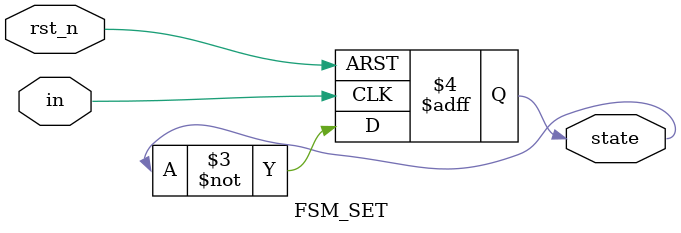
<source format=v>
module FSM_SET(in, rst_n, state);
    input in;
    input rst_n;
    output reg state;
  
    always@(posedge in or negedge rst_n) 
        if (~rst_n) state <= 1'b0;
        else state <= ~state;
    
endmodule
</source>
